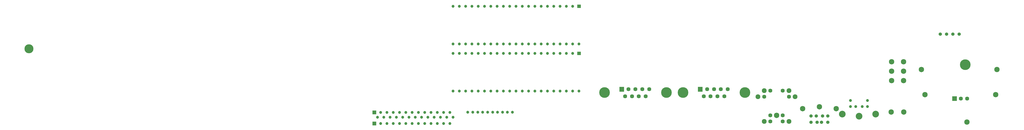
<source format=gbr>
%FSLAX34Y34*%
%MOMM*%
%LNCOPPER_INNER2*%
G71*
G01*
%ADD10C,1.620*%
%ADD11C,1.170*%
%ADD12C,1.619*%
%ADD13C,4.319*%
%ADD14C,1.621*%
%ADD15C,2.158*%
%ADD16C,2.160*%
%ADD17C,2.159*%
%ADD18C,1.167*%
%ADD19C,1.166*%
%ADD20C,2.698*%
%ADD21C,2.700*%
%ADD22C,1.943*%
%ADD23C,1.339*%
%ADD24C,4.319*%
%ADD25C,2.160*%
%ADD26C,2.159*%
%ADD27C,1.338*%
%ADD28C,1.340*%
%ADD29C,3.650*%
%ADD30C,2.160*%
%LPD*%
G36*
X3832182Y-466367D02*
X3851182Y-466367D01*
X3851182Y-485367D01*
X3832182Y-485367D01*
X3832182Y-466367D01*
G37*
X3892482Y-475867D02*
G54D10*
D03*
X3867078Y-475867D02*
G54D10*
D03*
X1818334Y-102638D02*
G54D11*
D03*
X1843736Y-102626D02*
G54D11*
D03*
X1869139Y-102626D02*
G54D11*
D03*
X1894523Y-102626D02*
G54D11*
D03*
X1919949Y-102638D02*
G54D11*
D03*
X1945351Y-102626D02*
G54D11*
D03*
X1970754Y-102626D02*
G54D11*
D03*
X1996138Y-102626D02*
G54D11*
D03*
X2021564Y-102638D02*
G54D11*
D03*
X2072348Y-102626D02*
G54D11*
D03*
X2097750Y-102614D02*
G54D11*
D03*
X2123162Y-102614D02*
G54D11*
D03*
X2148553Y-102614D02*
G54D11*
D03*
X2173988Y-102626D02*
G54D11*
D03*
X2199398Y-102614D02*
G54D11*
D03*
X2224808Y-102614D02*
G54D11*
D03*
X2250200Y-102614D02*
G54D11*
D03*
X2275634Y-102626D02*
G54D11*
D03*
X2046948Y-102626D02*
G54D11*
D03*
X2301036Y-102626D02*
G54D11*
D03*
G36*
X2319623Y-95788D02*
X2333323Y-95788D01*
X2333323Y-109488D01*
X2319623Y-109488D01*
X2319623Y-95788D01*
G37*
X1818334Y-255038D02*
G54D11*
D03*
X1843736Y-255026D02*
G54D11*
D03*
X1869139Y-255026D02*
G54D11*
D03*
X1894523Y-255026D02*
G54D11*
D03*
X1919949Y-255038D02*
G54D11*
D03*
X1945351Y-255026D02*
G54D11*
D03*
X1970754Y-255026D02*
G54D11*
D03*
X1996138Y-255026D02*
G54D11*
D03*
X2021564Y-255038D02*
G54D11*
D03*
X2072348Y-255026D02*
G54D11*
D03*
X2097750Y-255014D02*
G54D11*
D03*
X2123162Y-255014D02*
G54D11*
D03*
X2148553Y-255014D02*
G54D11*
D03*
X2173988Y-255026D02*
G54D11*
D03*
X2199398Y-255014D02*
G54D11*
D03*
X2224808Y-255014D02*
G54D11*
D03*
X2250200Y-255014D02*
G54D11*
D03*
X2275634Y-255026D02*
G54D11*
D03*
X2046948Y-255026D02*
G54D11*
D03*
X2301036Y-255026D02*
G54D11*
D03*
X2326473Y-255064D02*
G54D11*
D03*
X1818338Y-293485D02*
G54D11*
D03*
X1843741Y-293472D02*
G54D11*
D03*
X1869144Y-293473D02*
G54D11*
D03*
X1894527Y-293473D02*
G54D11*
D03*
X1919954Y-293485D02*
G54D11*
D03*
X1945356Y-293472D02*
G54D11*
D03*
X1970759Y-293473D02*
G54D11*
D03*
X1996142Y-293473D02*
G54D11*
D03*
X2021569Y-293485D02*
G54D11*
D03*
X2072353Y-293473D02*
G54D11*
D03*
X2097755Y-293460D02*
G54D11*
D03*
X2123166Y-293461D02*
G54D11*
D03*
X2148558Y-293461D02*
G54D11*
D03*
X2173992Y-293473D02*
G54D11*
D03*
X2199402Y-293460D02*
G54D11*
D03*
X2224813Y-293461D02*
G54D11*
D03*
X2250205Y-293461D02*
G54D11*
D03*
X2275640Y-293473D02*
G54D11*
D03*
X2046952Y-293472D02*
G54D11*
D03*
X2301041Y-293473D02*
G54D11*
D03*
G36*
X2319628Y-286635D02*
X2333328Y-286635D01*
X2333328Y-300335D01*
X2319628Y-300335D01*
X2319628Y-286635D01*
G37*
X1818338Y-445908D02*
G54D11*
D03*
X1843740Y-445895D02*
G54D11*
D03*
X1869144Y-445896D02*
G54D11*
D03*
X1894527Y-445896D02*
G54D11*
D03*
X1919954Y-445908D02*
G54D11*
D03*
X1945356Y-445895D02*
G54D11*
D03*
X1970758Y-445896D02*
G54D11*
D03*
X1996142Y-445896D02*
G54D11*
D03*
X2021568Y-445908D02*
G54D11*
D03*
X2072352Y-445896D02*
G54D11*
D03*
X2097755Y-445883D02*
G54D11*
D03*
X2123166Y-445884D02*
G54D11*
D03*
X2148558Y-445884D02*
G54D11*
D03*
X2173992Y-445896D02*
G54D11*
D03*
X2199402Y-445883D02*
G54D11*
D03*
X2224813Y-445884D02*
G54D11*
D03*
X2250204Y-445884D02*
G54D11*
D03*
X2275639Y-445896D02*
G54D11*
D03*
X2046952Y-445896D02*
G54D11*
D03*
X2301041Y-445896D02*
G54D11*
D03*
X2326478Y-445934D02*
G54D11*
D03*
X2512568Y-466727D02*
G54D12*
D03*
X2678959Y-451493D02*
G54D13*
D03*
X2540254Y-466727D02*
G54D12*
D03*
X2567689Y-466727D02*
G54D12*
D03*
X2595390Y-466727D02*
G54D12*
D03*
X2526287Y-438278D02*
G54D14*
D03*
X2428990Y-451493D02*
G54D13*
D03*
X2609354Y-438278D02*
G54D14*
D03*
X2581662Y-438278D02*
G54D14*
D03*
X2553975Y-438278D02*
G54D14*
D03*
G36*
X2489095Y-447778D02*
X2489095Y-428778D01*
X2508095Y-428778D01*
X2508095Y-447778D01*
X2489095Y-447778D01*
G37*
X3635760Y-365064D02*
G54D15*
D03*
X3635760Y-403168D02*
G54D15*
D03*
X3637034Y-530192D02*
G54D16*
D03*
X3587492Y-326960D02*
G54D17*
D03*
X3587492Y-365064D02*
G54D17*
D03*
X3587492Y-403168D02*
G54D17*
D03*
X3586226Y-530191D02*
G54D16*
D03*
X3635760Y-326960D02*
G54D15*
D03*
X3422056Y-483700D02*
G54D18*
D03*
X3422056Y-508595D02*
G54D19*
D03*
X3443142Y-508594D02*
G54D19*
D03*
X3469048Y-508594D02*
G54D19*
D03*
X3490132Y-508594D02*
G54D19*
D03*
X3523411Y-538828D02*
G54D20*
D03*
X3456094Y-546951D02*
G54D21*
D03*
X3388772Y-538828D02*
G54D20*
D03*
X3490132Y-483700D02*
G54D18*
D03*
X3173411Y-568543D02*
G54D22*
D03*
X3173246Y-443809D02*
G54D22*
D03*
X3198395Y-468711D02*
G54D22*
D03*
X3148352Y-568545D02*
G54D12*
D03*
X3148351Y-543649D02*
G54D12*
D03*
X3123450Y-543650D02*
G54D16*
D03*
X3073669Y-568543D02*
G54D22*
D03*
X3098561Y-568545D02*
G54D12*
D03*
X3098562Y-543649D02*
G54D12*
D03*
X3073669Y-443809D02*
G54D22*
D03*
X3048521Y-468712D02*
G54D22*
D03*
X3173500Y-468456D02*
G54D12*
D03*
X3148353Y-443556D02*
G54D12*
D03*
X3098561Y-443556D02*
G54D12*
D03*
X3073414Y-468456D02*
G54D12*
D03*
X3783878Y-215183D02*
G54D23*
D03*
X3885220Y-339130D02*
G54D24*
D03*
X3721898Y-459570D02*
G54D25*
D03*
X4012513Y-357953D02*
G54D26*
D03*
X3707664Y-357953D02*
G54D25*
D03*
X3891838Y-570833D02*
G54D26*
D03*
X3809282Y-215184D02*
G54D27*
D03*
X3834684Y-215184D02*
G54D28*
D03*
X3860089Y-215184D02*
G54D27*
D03*
X4007690Y-459569D02*
G54D26*
D03*
X2829625Y-466727D02*
G54D12*
D03*
X2996015Y-451493D02*
G54D13*
D03*
X2857311Y-466727D02*
G54D12*
D03*
X2884745Y-466727D02*
G54D12*
D03*
X2912447Y-466727D02*
G54D12*
D03*
X2843343Y-438278D02*
G54D14*
D03*
X2746046Y-451493D02*
G54D13*
D03*
X2926410Y-438278D02*
G54D14*
D03*
X2898718Y-438278D02*
G54D14*
D03*
X2871032Y-438278D02*
G54D14*
D03*
G36*
X2806151Y-447778D02*
X2806151Y-428778D01*
X2825151Y-428778D01*
X2825151Y-447778D01*
X2806151Y-447778D01*
G37*
X106759Y-274638D02*
G54D29*
D03*
X3363686Y-517051D02*
G54D30*
D03*
X3283408Y-546721D02*
G54D23*
D03*
X3262314Y-546721D02*
G54D27*
D03*
X3262314Y-572127D02*
G54D27*
D03*
X3296356Y-509054D02*
G54D30*
D03*
X3309316Y-546721D02*
G54D23*
D03*
X3330398Y-546721D02*
G54D23*
D03*
X3330398Y-572127D02*
G54D23*
D03*
X3229038Y-517051D02*
G54D30*
D03*
X3305248Y-572127D02*
G54D28*
D03*
X3287466Y-572127D02*
G54D27*
D03*
X1997728Y-531416D02*
G54D18*
D03*
X1897765Y-531416D02*
G54D18*
D03*
X1877776Y-531416D02*
G54D19*
D03*
X2017716Y-531416D02*
G54D19*
D03*
X2037713Y-531416D02*
G54D19*
D03*
X2057707Y-531416D02*
G54D19*
D03*
X1917753Y-531416D02*
G54D19*
D03*
X1937748Y-531416D02*
G54D19*
D03*
X1957743Y-531416D02*
G54D19*
D03*
X1977739Y-531416D02*
G54D19*
D03*
X1614854Y-551688D02*
G54D19*
D03*
X1818080Y-551688D02*
G54D19*
D03*
X1792681Y-551688D02*
G54D19*
D03*
X1767272Y-551688D02*
G54D19*
D03*
X1779976Y-531623D02*
G54D19*
D03*
X1805382Y-531623D02*
G54D19*
D03*
X1754574Y-577099D02*
G54D19*
D03*
X1754574Y-531622D02*
G54D19*
D03*
X1538642Y-551688D02*
G54D19*
D03*
X1513242Y-551688D02*
G54D19*
D03*
X1525936Y-577099D02*
G54D19*
D03*
X1779976Y-577099D02*
G54D19*
D03*
X1805381Y-577099D02*
G54D19*
D03*
X1627552Y-531623D02*
G54D19*
D03*
X1652964Y-531623D02*
G54D19*
D03*
X1678360Y-531623D02*
G54D19*
D03*
X1703771Y-531623D02*
G54D19*
D03*
X1729168Y-531623D02*
G54D19*
D03*
X1551347Y-531623D02*
G54D19*
D03*
X1576742Y-531623D02*
G54D19*
D03*
X1602156Y-531623D02*
G54D19*
D03*
X1525936Y-531623D02*
G54D19*
D03*
X1703772Y-577099D02*
G54D19*
D03*
X1729168Y-577099D02*
G54D19*
D03*
X1741875Y-551688D02*
G54D19*
D03*
X1691066Y-551688D02*
G54D19*
D03*
X1716464Y-551688D02*
G54D19*
D03*
X1678360Y-577099D02*
G54D19*
D03*
X1627551Y-577099D02*
G54D19*
D03*
X1652964Y-577099D02*
G54D19*
D03*
X1640258Y-551688D02*
G54D19*
D03*
X1665662Y-551688D02*
G54D19*
D03*
X1602156Y-577099D02*
G54D19*
D03*
X1576742Y-577099D02*
G54D19*
D03*
X1551348Y-577099D02*
G54D19*
D03*
X1564052Y-551688D02*
G54D19*
D03*
X1589450Y-551688D02*
G54D19*
D03*
G36*
X1492938Y-539223D02*
X1492938Y-524023D01*
X1508138Y-524023D01*
X1508138Y-539223D01*
X1492938Y-539223D01*
G37*
G36*
X1492937Y-584699D02*
X1492937Y-569499D01*
X1508137Y-569499D01*
X1508137Y-584699D01*
X1492937Y-584699D01*
G37*
M02*

</source>
